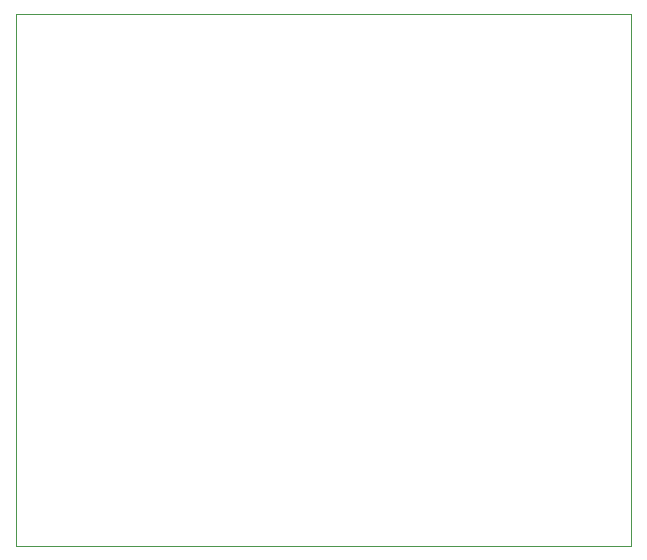
<source format=gm1>
G04 #@! TF.GenerationSoftware,KiCad,Pcbnew,(5.1.5)-3*
G04 #@! TF.CreationDate,2020-04-14T23:54:33+09:00*
G04 #@! TF.ProjectId,Detector_rev2,44657465-6374-46f7-925f-726576322e6b,rev?*
G04 #@! TF.SameCoordinates,Original*
G04 #@! TF.FileFunction,Profile,NP*
%FSLAX46Y46*%
G04 Gerber Fmt 4.6, Leading zero omitted, Abs format (unit mm)*
G04 Created by KiCad (PCBNEW (5.1.5)-3) date 2020-04-14 23:54:33*
%MOMM*%
%LPD*%
G04 APERTURE LIST*
%ADD10C,0.100000*%
G04 APERTURE END LIST*
D10*
X101600000Y-87630000D02*
X49530000Y-87630000D01*
X49530000Y-87630000D02*
X49530000Y-42545000D01*
X49530000Y-42545000D02*
X101600000Y-42545000D01*
X101600000Y-42545000D02*
X101600000Y-87630000D01*
M02*

</source>
